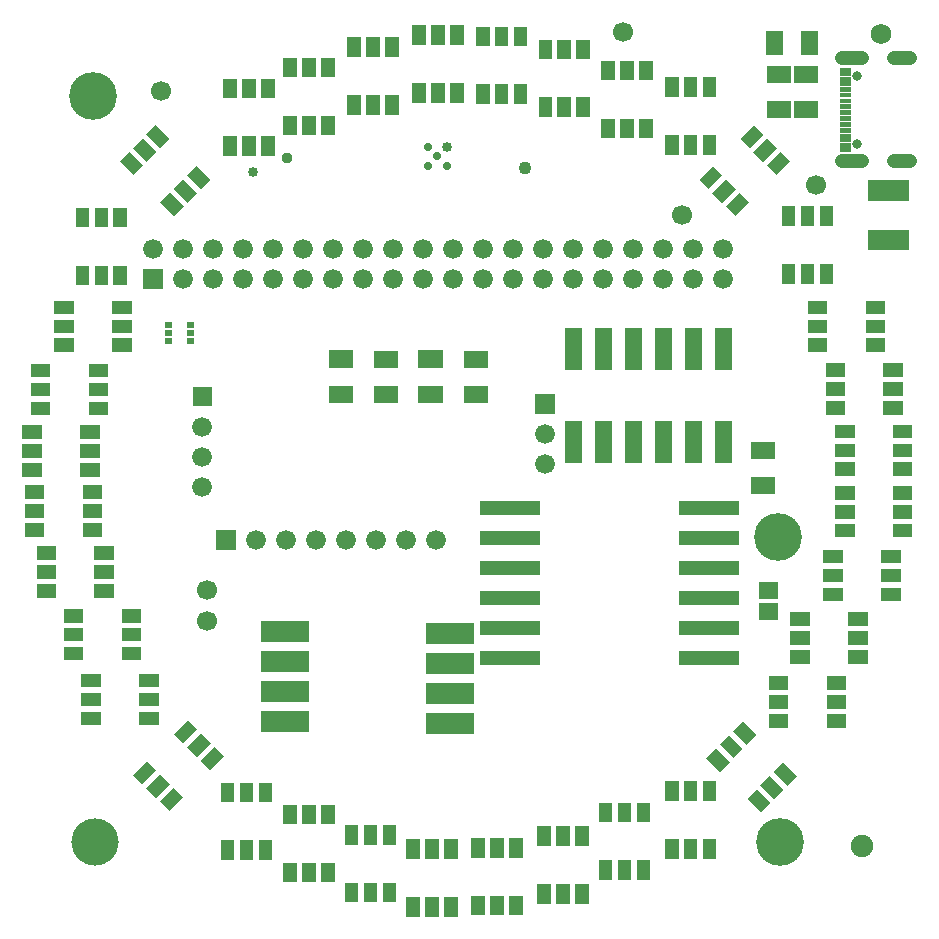
<source format=gbr>
G04 start of page 6 for group -4063 idx -4063 *
G04 Title: (unknown), componentmask *
G04 Creator: pcb 4.2.0 *
G04 CreationDate: Mon Mar  2 00:57:09 2020 UTC *
G04 For: blinken *
G04 Format: Gerber/RS-274X *
G04 PCB-Dimensions (mm): 90.16 90.16 *
G04 PCB-Coordinate-Origin: lower left *
%MOMM*%
%FSLAX43Y43*%
%LNTOPMASK*%
%ADD69C,1.158*%
%ADD68C,0.950*%
%ADD67C,4.000*%
%ADD66C,1.100*%
%ADD65C,1.700*%
%ADD64C,1.750*%
%ADD63C,1.900*%
%ADD62C,4.050*%
%ADD61C,0.002*%
%ADD60C,0.800*%
%ADD59C,0.850*%
%ADD58C,0.702*%
%ADD57C,1.676*%
G54D57*X26110Y66370D03*
X28650D03*
X31190D03*
X26110Y68910D03*
X28650D03*
X31190D03*
X33730D03*
X36270D03*
X38810D03*
X33730Y66370D03*
X36270D03*
X38810D03*
X41350D03*
G54D58*X37460Y76760D03*
G54D59*X38260Y77560D03*
G54D58*X36660D03*
G54D60*X72950Y77790D03*
Y83570D03*
G54D58*X38260Y75960D03*
X36660D03*
G54D57*X18490Y66370D03*
Y68910D03*
X21030Y66370D03*
Y68910D03*
G54D61*G36*
X12572Y67208D02*Y65532D01*
X14248D01*
Y67208D01*
X12572D01*
G37*
G54D57*X13410Y68910D03*
X15950Y66370D03*
Y68910D03*
X23570Y66370D03*
Y68910D03*
G54D61*G36*
X16730Y57253D02*Y55577D01*
X18407D01*
Y57253D01*
X16730D01*
G37*
G54D57*X17568Y53875D03*
Y51335D03*
Y48795D03*
X41350Y68910D03*
X43890Y66370D03*
X46430D03*
X48970D03*
G54D61*G36*
X45700Y56600D02*Y54924D01*
X47376D01*
Y56600D01*
X45700D01*
G37*
G54D57*X46538Y53222D03*
Y50682D03*
X43890Y68910D03*
X46430D03*
X48970D03*
X51510D03*
X54050D03*
X56590D03*
X51510Y66370D03*
X54050D03*
X56590D03*
X59130D03*
Y68910D03*
X61670D03*
Y66370D03*
G54D61*G36*
X18692Y45138D02*Y43462D01*
X20368D01*
Y45138D01*
X18692D01*
G37*
G54D57*X22070Y44300D03*
X24610D03*
X27150D03*
X29690D03*
X32230D03*
X34770D03*
X37310D03*
G54D62*X66500Y18660D03*
G54D63*X73439Y18373D03*
G54D64*X75020Y87110D03*
G54D65*X69540Y74300D03*
X53169Y87281D03*
G54D62*X66340Y44520D03*
G54D65*X58146Y71766D03*
G54D66*X44860Y75783D03*
G54D67*X8500Y18660D03*
G54D65*X17980Y40010D03*
X17940Y37420D03*
G54D62*X8317Y81827D03*
G54D65*X14100Y82260D03*
G54D59*X21853Y75462D03*
G54D68*X24733Y76649D03*
G54D61*G36*
X45077Y82837D02*X43923D01*
Y81183D01*
X45077D01*
Y82837D01*
G37*
G36*
X50377Y81737D02*X49223D01*
Y80083D01*
X50377D01*
Y81737D01*
G37*
G36*
X48777D02*X47623D01*
Y80083D01*
X48777D01*
Y81737D01*
G37*
G36*
X47177D02*X46023D01*
Y80083D01*
X47177D01*
Y81737D01*
G37*
G36*
X50377Y86637D02*X49223D01*
Y84983D01*
X50377D01*
Y86637D01*
G37*
G36*
X57877Y83437D02*X56723D01*
Y81783D01*
X57877D01*
Y83437D01*
G37*
G36*
Y78537D02*X56723D01*
Y76883D01*
X57877D01*
Y78537D01*
G37*
G36*
X55677Y79937D02*X54523D01*
Y78283D01*
X55677D01*
Y79937D01*
G37*
G36*
X54077D02*X52923D01*
Y78283D01*
X54077D01*
Y79937D01*
G37*
G36*
X52477D02*X51323D01*
Y78283D01*
X52477D01*
Y79937D01*
G37*
G36*
X61595Y75132D02*X60779Y75948D01*
X59609Y74778D01*
X60425Y73962D01*
X61595Y75132D01*
G37*
G36*
X54077Y84837D02*X52923D01*
Y83183D01*
X54077D01*
Y84837D01*
G37*
G36*
X52477D02*X51323D01*
Y83183D01*
X52477D01*
Y84837D01*
G37*
G36*
X55677D02*X54523D01*
Y83183D01*
X55677D01*
Y84837D01*
G37*
G36*
X35844Y57320D02*Y55868D01*
X37896D01*
Y57320D01*
X35844D01*
G37*
G36*
X39708Y57311D02*Y55858D01*
X41761D01*
Y57311D01*
X39708D01*
G37*
G36*
X35844Y60320D02*Y58867D01*
X37896D01*
Y60320D01*
X35844D01*
G37*
G36*
X32059Y57313D02*Y55861D01*
X34111D01*
Y57313D01*
X32059D01*
G37*
G36*
X28263Y57317D02*Y55865D01*
X30315D01*
Y57317D01*
X28263D01*
G37*
G36*
X32059Y60313D02*Y58860D01*
X34111D01*
Y60313D01*
X32059D01*
G37*
G36*
X28263Y60317D02*Y58864D01*
X30315D01*
Y60317D01*
X28263D01*
G37*
G36*
X39708Y60310D02*Y58858D01*
X41761D01*
Y60310D01*
X39708D01*
G37*
G36*
X49708Y62244D02*X48304D01*
Y58690D01*
X49708D01*
Y62244D01*
G37*
G36*
X52248D02*X50844D01*
Y58690D01*
X52248D01*
Y62244D01*
G37*
G36*
X54788D02*X53384D01*
Y58690D01*
X54788D01*
Y62244D01*
G37*
G36*
X57328D02*X55924D01*
Y58690D01*
X57328D01*
Y62244D01*
G37*
G36*
X59868D02*X58464D01*
Y58690D01*
X59868D01*
Y62244D01*
G37*
G36*
X62408D02*X61004D01*
Y58690D01*
X62408D01*
Y62244D01*
G37*
G36*
X49708Y54344D02*X48304D01*
Y50790D01*
X49708D01*
Y54344D01*
G37*
G36*
X52248D02*X50844D01*
Y50790D01*
X52248D01*
Y54344D01*
G37*
G36*
X54788D02*X53384D01*
Y50790D01*
X54788D01*
Y54344D01*
G37*
G36*
X57328D02*X55924D01*
Y50790D01*
X57328D01*
Y54344D01*
G37*
G36*
X59868D02*X58464D01*
Y50790D01*
X59868D01*
Y54344D01*
G37*
G36*
X62408D02*X61004D01*
Y50790D01*
X62408D01*
Y54344D01*
G37*
G36*
X39677Y82937D02*X38523D01*
Y81283D01*
X39677D01*
Y82937D01*
G37*
G36*
X43477Y82837D02*X42323D01*
Y81183D01*
X43477D01*
Y82837D01*
G37*
G36*
X41877D02*X40723D01*
Y81183D01*
X41877D01*
Y82837D01*
G37*
G36*
X43477Y87737D02*X42323D01*
Y86083D01*
X43477D01*
Y87737D01*
G37*
G36*
X45077D02*X43923D01*
Y86083D01*
X45077D01*
Y87737D01*
G37*
G36*
X48777Y86637D02*X47623D01*
Y84983D01*
X48777D01*
Y86637D01*
G37*
G36*
X47177D02*X46023D01*
Y84983D01*
X47177D01*
Y86637D01*
G37*
G36*
X21877Y18837D02*X20723D01*
Y17183D01*
X21877D01*
Y18837D01*
G37*
G36*
X20277Y23737D02*X19123D01*
Y22083D01*
X20277D01*
Y23737D01*
G37*
G36*
X21877D02*X20723D01*
Y22083D01*
X21877D01*
Y23737D01*
G37*
G36*
X20277Y18837D02*X19123D01*
Y17183D01*
X20277D01*
Y18837D01*
G37*
G36*
X23477D02*X22323D01*
Y17183D01*
X23477D01*
Y18837D01*
G37*
G36*
Y23737D02*X22323D01*
Y22083D01*
X23477D01*
Y23737D01*
G37*
G36*
X35977Y18937D02*X34823D01*
Y17283D01*
X35977D01*
Y18937D01*
G37*
G36*
X37577D02*X36423D01*
Y17283D01*
X37577D01*
Y18937D01*
G37*
G36*
X39177D02*X38023D01*
Y17283D01*
X39177D01*
Y18937D01*
G37*
G36*
X19385Y25951D02*X18569Y26767D01*
X17399Y25597D01*
X18215Y24781D01*
X19385Y25951D01*
G37*
G36*
X22507Y37383D02*Y35625D01*
X26565D01*
Y37383D01*
X22507D01*
G37*
G36*
Y34843D02*Y33085D01*
X26565D01*
Y34843D01*
X22507D01*
G37*
G36*
Y32303D02*Y30545D01*
X26565D01*
Y32303D01*
X22507D01*
G37*
G36*
Y29763D02*Y28005D01*
X26565D01*
Y29763D01*
X22507D01*
G37*
G36*
X14789Y23618D02*X13973Y24434D01*
X12803Y23264D01*
X13619Y22448D01*
X14789Y23618D01*
G37*
G36*
X15920Y22486D02*X15104Y23302D01*
X13934Y22133D01*
X14751Y21317D01*
X15920Y22486D01*
G37*
G36*
X17122Y28214D02*X16306Y29030D01*
X15136Y27860D01*
X15952Y27044D01*
X17122Y28214D01*
G37*
G36*
X18253Y27082D02*X17437Y27899D01*
X16268Y26729D01*
X17084Y25913D01*
X18253Y27082D01*
G37*
G36*
X13657Y24749D02*X12841Y25565D01*
X11672Y24395D01*
X12488Y23579D01*
X13657Y24749D01*
G37*
G36*
X12223Y31337D02*Y30183D01*
X13877D01*
Y31337D01*
X12223D01*
G37*
G36*
Y29737D02*Y28583D01*
X13877D01*
Y29737D01*
X12223D01*
G37*
G36*
X7323Y31337D02*X7323Y30183D01*
X8977Y30183D01*
X8977Y31337D01*
X7323Y31337D01*
G37*
G36*
X7323Y29737D02*Y28583D01*
X8977D01*
Y29737D01*
X7323D01*
G37*
G36*
X12223Y32937D02*X12223Y31783D01*
X13877Y31783D01*
X13877Y32937D01*
X12223Y32937D01*
G37*
G36*
X7323Y32937D02*Y31783D01*
X8977D01*
Y32937D01*
X7323D01*
G37*
G36*
X59477Y83437D02*X58323D01*
Y81783D01*
X59477D01*
Y83437D01*
G37*
G36*
X61077Y78537D02*X59923D01*
Y76883D01*
X61077D01*
Y78537D01*
G37*
G36*
X59477D02*X58323D01*
Y76883D01*
X59477D01*
Y78537D01*
G37*
G36*
X61077Y83437D02*X59923D01*
Y81783D01*
X61077D01*
Y83437D01*
G37*
G36*
X62726Y74000D02*X61910Y74816D01*
X60741Y73647D01*
X61557Y72831D01*
X62726Y74000D01*
G37*
G36*
X63858Y72869D02*X63042Y73685D01*
X61872Y72515D01*
X62688Y71699D01*
X63858Y72869D01*
G37*
G36*
X66191Y77465D02*X65375Y78281D01*
X64206Y77112D01*
X65021Y76295D01*
X66191Y77465D01*
G37*
G36*
X65060Y78597D02*X64244Y79412D01*
X63074Y78243D01*
X63890Y77427D01*
X65060Y78597D01*
G37*
G36*
X64654Y38916D02*Y37464D01*
X66306D01*
Y38916D01*
X64654D01*
G37*
G36*
Y40716D02*Y39264D01*
X66306D01*
Y40716D01*
X64654D01*
G37*
G36*
X64014Y52606D02*Y51154D01*
X66066D01*
Y52606D01*
X64014D01*
G37*
G36*
Y49606D02*Y48154D01*
X66066D01*
Y49606D01*
X64014D01*
G37*
G36*
X38077Y87837D02*X36923D01*
Y86183D01*
X38077D01*
Y87837D01*
G37*
G36*
X39677D02*X38523D01*
Y86183D01*
X39677D01*
Y87837D01*
G37*
G36*
X41877Y87737D02*X40723D01*
Y86083D01*
X41877D01*
Y87737D01*
G37*
G36*
X36477Y87837D02*X35323D01*
Y86183D01*
X36477D01*
Y87837D01*
G37*
G36*
X32577Y86837D02*X31423D01*
Y85183D01*
X32577D01*
Y86837D01*
G37*
G36*
X30977D02*X29823D01*
Y85183D01*
X30977D01*
Y86837D01*
G37*
G36*
X34177D02*X33023D01*
Y85183D01*
X34177D01*
Y86837D01*
G37*
G36*
X22077Y83337D02*X20923D01*
Y81683D01*
X22077D01*
Y83337D01*
G37*
G36*
X23677Y78437D02*X22523D01*
Y76783D01*
X23677D01*
Y78437D01*
G37*
G36*
Y83337D02*X22523D01*
Y81683D01*
X23677D01*
Y83337D01*
G37*
G36*
X27167Y85097D02*X26013D01*
Y83443D01*
X27167D01*
Y85097D01*
G37*
G36*
X28767D02*X27613D01*
Y83443D01*
X28767D01*
Y85097D01*
G37*
G36*
X25567D02*X24413D01*
Y83443D01*
X25567D01*
Y85097D01*
G37*
G36*
X28767Y80197D02*X27613D01*
Y78543D01*
X28767D01*
Y80197D01*
G37*
G36*
X27167D02*X26013D01*
Y78543D01*
X27167D01*
Y80197D01*
G37*
G36*
X25567D02*X24413D01*
Y78543D01*
X25567D01*
Y80197D01*
G37*
G36*
X38077Y82937D02*X36923D01*
Y81283D01*
X38077D01*
Y82937D01*
G37*
G36*
X36477D02*X35323D01*
Y81283D01*
X36477D01*
Y82937D01*
G37*
G36*
X34177Y81937D02*X33023D01*
Y80283D01*
X34177D01*
Y81937D01*
G37*
G36*
X32577D02*X31423D01*
Y80283D01*
X32577D01*
Y81937D01*
G37*
G36*
X30977D02*X29823D01*
Y80283D01*
X30977D01*
Y81937D01*
G37*
G36*
X9587Y72397D02*X8433Y72397D01*
X8433Y70743D01*
X9587Y70743D01*
X9587Y72397D01*
G37*
G36*
X7987Y72397D02*X6833D01*
Y70743D01*
X7987D01*
Y72397D01*
G37*
G36*
X11187D02*X10033D01*
Y70743D01*
X11187D01*
Y72397D01*
G37*
G36*
X12496Y78293D02*X11679Y77477D01*
X12849Y76308D01*
X13665Y77124D01*
X12496Y78293D01*
G37*
G36*
X13627Y79425D02*X12811Y78608D01*
X13981Y77439D01*
X14796Y78255D01*
X13627Y79425D01*
G37*
G36*
X11364Y77162D02*X10548Y76346D01*
X11718Y75176D01*
X12534Y75992D01*
X11364Y77162D01*
G37*
G36*
X17092Y75960D02*X16276Y75144D01*
X17445Y73974D01*
X18261Y74790D01*
X17092Y75960D01*
G37*
G36*
X15960Y74828D02*X15144Y74012D01*
X16314Y72843D01*
X17130Y73659D01*
X15960Y74828D01*
G37*
G36*
X14829Y73697D02*X14013Y72881D01*
X15183Y71711D01*
X15999Y72527D01*
X14829Y73697D01*
G37*
G36*
X20477Y83337D02*X19323D01*
Y81683D01*
X20477D01*
Y83337D01*
G37*
G36*
X22077Y78437D02*X20923D01*
Y76783D01*
X22077D01*
Y78437D01*
G37*
G36*
X20477D02*X19323D01*
Y76783D01*
X20477D01*
Y78437D01*
G37*
G36*
X5823Y36837D02*X5823Y35683D01*
X7477Y35683D01*
X7477Y36837D01*
X5823Y36837D01*
G37*
G36*
X10723Y38437D02*X10723Y37283D01*
X12377Y37283D01*
X12377Y38437D01*
X10723Y38437D01*
G37*
G36*
X10723Y36837D02*Y35683D01*
X12377D01*
Y36837D01*
X10723D01*
G37*
G36*
X5823Y38437D02*Y37283D01*
X7477D01*
Y38437D01*
X5823D01*
G37*
G36*
Y35237D02*Y34083D01*
X7477D01*
Y35237D01*
X5823D01*
G37*
G36*
X10723D02*Y34083D01*
X12377D01*
Y35237D01*
X10723D01*
G37*
G36*
X3523Y42137D02*X3523Y40983D01*
X5177Y40983D01*
X5177Y42137D01*
X3523Y42137D01*
G37*
G36*
X3523Y40537D02*Y39383D01*
X5177D01*
Y40537D01*
X3523D01*
G37*
G36*
X8423Y43737D02*X8423Y42583D01*
X10077Y42583D01*
X10077Y43737D01*
X8423Y43737D01*
G37*
G36*
X8423Y40537D02*Y39383D01*
X10077D01*
Y40537D01*
X8423D01*
G37*
G36*
Y42137D02*Y40983D01*
X10077D01*
Y42137D01*
X8423D01*
G37*
G36*
X7423Y45687D02*Y44533D01*
X9077D01*
Y45687D01*
X7423D01*
G37*
G36*
X3523Y43737D02*Y42583D01*
X5177D01*
Y43737D01*
X3523D01*
G37*
G36*
X2523Y47287D02*X2523Y46133D01*
X4177Y46133D01*
X4177Y47287D01*
X2523Y47287D01*
G37*
G36*
X2523Y45687D02*Y44533D01*
X4177D01*
Y45687D01*
X2523D01*
G37*
G36*
Y48887D02*Y47733D01*
X4177D01*
Y48887D01*
X2523D01*
G37*
G36*
X2323Y52387D02*X2323Y51233D01*
X3977Y51233D01*
X3977Y52387D01*
X2323Y52387D01*
G37*
G36*
X2323Y50787D02*Y49633D01*
X3977D01*
Y50787D01*
X2323D01*
G37*
G36*
X7423Y48887D02*X7423Y47733D01*
X9077Y47733D01*
X9077Y48887D01*
X7423Y48887D01*
G37*
G36*
X7423Y47287D02*Y46133D01*
X9077D01*
Y47287D01*
X7423D01*
G37*
G36*
X7223Y52387D02*Y51233D01*
X8877D01*
Y52387D01*
X7223D01*
G37*
G36*
Y50787D02*Y49633D01*
X8877D01*
Y50787D01*
X7223D01*
G37*
G36*
X2323Y53987D02*Y52833D01*
X3977D01*
Y53987D01*
X2323D01*
G37*
G36*
X3023Y55987D02*Y54833D01*
X4677D01*
Y55987D01*
X3023D01*
G37*
G36*
X7223Y53987D02*X7223Y52833D01*
X8877Y52833D01*
X8877Y53987D01*
X7223Y53987D01*
G37*
G36*
X7923Y57587D02*Y56433D01*
X9577D01*
Y57587D01*
X7923D01*
G37*
G36*
Y55987D02*Y54833D01*
X9577D01*
Y55987D01*
X7923D01*
G37*
G36*
X3023Y57587D02*X3023Y56433D01*
X4677Y56433D01*
X4677Y57587D01*
X3023Y57587D01*
G37*
G36*
X3023Y59187D02*Y58033D01*
X4677D01*
Y59187D01*
X3023D01*
G37*
G36*
X5023Y62937D02*X5023Y61783D01*
X6677Y61783D01*
X6677Y62937D01*
X5023Y62937D01*
G37*
G36*
X5023Y61337D02*Y60183D01*
X6677D01*
Y61337D01*
X5023D01*
G37*
G36*
Y64537D02*Y63383D01*
X6677D01*
Y64537D01*
X5023D01*
G37*
G36*
X7923Y59187D02*X7923Y58033D01*
X9577Y58033D01*
X9577Y59187D01*
X7923Y59187D01*
G37*
G36*
X9923Y62937D02*Y61783D01*
X11577D01*
Y62937D01*
X9923D01*
G37*
G36*
Y61337D02*Y60183D01*
X11577D01*
Y61337D01*
X9923D01*
G37*
G36*
X16250Y61396D02*Y60893D01*
X16853D01*
Y61396D01*
X16250D01*
G37*
G36*
Y62046D02*Y61543D01*
X16853D01*
Y62046D01*
X16250D01*
G37*
G36*
Y62696D02*Y62193D01*
X16853D01*
Y62696D01*
X16250D01*
G37*
G36*
X14400D02*Y62193D01*
X15003D01*
Y62696D01*
X14400D01*
G37*
G36*
Y62046D02*Y61543D01*
X15003D01*
Y62046D01*
X14400D01*
G37*
G36*
Y61396D02*Y60893D01*
X15003D01*
Y61396D01*
X14400D01*
G37*
G36*
X9923Y64537D02*X9923Y63383D01*
X11577Y63383D01*
X11577Y64537D01*
X9923Y64537D01*
G37*
G36*
X11187Y67497D02*X10033Y67497D01*
X10033Y65843D01*
X11187Y65843D01*
X11187Y67497D01*
G37*
G36*
X9587Y67497D02*X8433D01*
Y65843D01*
X9587D01*
Y67497D01*
G37*
G36*
X7987D02*X6833D01*
Y65843D01*
X7987D01*
Y67497D01*
G37*
G36*
X65371Y81422D02*Y79969D01*
X67423D01*
Y81422D01*
X65371D01*
G37*
G36*
Y84422D02*Y82969D01*
X67423D01*
Y84422D01*
X65371D01*
G37*
G36*
X67644Y84416D02*Y82964D01*
X69696D01*
Y84416D01*
X67644D01*
G37*
G36*
Y81416D02*Y79964D01*
X69696D01*
Y81416D01*
X67644D01*
G37*
G36*
X66696Y87376D02*X65244D01*
Y85324D01*
X66696D01*
Y87376D01*
G37*
G36*
X69696D02*X68244D01*
Y85324D01*
X69696D01*
Y87376D01*
G37*
G36*
X69377Y72507D02*X68223D01*
Y70853D01*
X69377D01*
Y72507D01*
G37*
G36*
X70977Y67607D02*X69823D01*
Y65953D01*
X70977D01*
Y67607D01*
G37*
G36*
X69377D02*X68223D01*
Y65953D01*
X69377D01*
Y67607D01*
G37*
G36*
X70977Y72507D02*X69823D01*
Y70853D01*
X70977D01*
Y72507D01*
G37*
G36*
X67777D02*X66623D01*
Y70853D01*
X67777D01*
Y72507D01*
G37*
G36*
Y67607D02*X66623D01*
Y65953D01*
X67777D01*
Y67607D01*
G37*
G36*
X67322Y76334D02*X66506Y77150D01*
X65337Y75980D01*
X66153Y75164D01*
X67322Y76334D01*
G37*
G54D69*X76100Y85040D02*X77500D01*
X71750D02*X73440D01*
G54D61*G36*
X71548Y82142D02*Y81738D01*
X72502D01*
Y82142D01*
X71548D01*
G37*
G36*
Y81642D02*Y81238D01*
X72502D01*
Y81642D01*
X71548D01*
G37*
G36*
Y81142D02*Y80738D01*
X72502D01*
Y81142D01*
X71548D01*
G37*
G36*
Y84242D02*Y83538D01*
X72502D01*
Y84242D01*
X71548D01*
G37*
G36*
Y83442D02*Y82738D01*
X72502D01*
Y83442D01*
X71548D01*
G37*
G36*
Y82642D02*Y82238D01*
X72502D01*
Y82642D01*
X71548D01*
G37*
G54D69*X71750Y76390D02*X73440D01*
X76100D02*X77500D01*
G54D61*G36*
X71548Y80642D02*Y80238D01*
X72502D01*
Y80642D01*
X71548D01*
G37*
G36*
Y80142D02*Y79738D01*
X72502D01*
Y80142D01*
X71548D01*
G37*
G36*
Y79642D02*Y79238D01*
X72502D01*
Y79642D01*
X71548D01*
G37*
G36*
Y79142D02*Y78738D01*
X72502D01*
Y79142D01*
X71548D01*
G37*
G36*
Y78642D02*Y77938D01*
X72502D01*
Y78642D01*
X71548D01*
G37*
G36*
X73923Y74737D02*Y72983D01*
X77377D01*
Y74737D01*
X73923D01*
G37*
G36*
Y70537D02*Y68783D01*
X77377D01*
Y70537D01*
X73923D01*
G37*
G36*
X71548Y77842D02*Y77138D01*
X72502D01*
Y77842D01*
X71548D01*
G37*
G36*
X73723Y62937D02*Y61783D01*
X75377D01*
Y62937D01*
X73723D01*
G37*
G36*
Y64537D02*Y63383D01*
X75377D01*
Y64537D01*
X73723D01*
G37*
G36*
X68823Y61337D02*Y60183D01*
X70477D01*
Y61337D01*
X68823D01*
G37*
G36*
Y62937D02*Y61783D01*
X70477D01*
Y62937D01*
X68823D01*
G37*
G36*
Y64537D02*Y63383D01*
X70477D01*
Y64537D01*
X68823D01*
G37*
G36*
X73723Y61337D02*Y60183D01*
X75377D01*
Y61337D01*
X73723D01*
G37*
G36*
X75223Y59237D02*Y58083D01*
X76877D01*
Y59237D01*
X75223D01*
G37*
G36*
X70323Y57637D02*Y56483D01*
X71977D01*
Y57637D01*
X70323D01*
G37*
G36*
Y59237D02*Y58083D01*
X71977D01*
Y59237D01*
X70323D01*
G37*
G36*
X75223Y57637D02*Y56483D01*
X76877D01*
Y57637D01*
X75223D01*
G37*
G36*
Y56037D02*Y54883D01*
X76877D01*
Y56037D01*
X75223D01*
G37*
G36*
X76023Y54037D02*Y52883D01*
X77677D01*
Y54037D01*
X76023D01*
G37*
G36*
X70323Y56037D02*Y54883D01*
X71977D01*
Y56037D01*
X70323D01*
G37*
G36*
X71123Y52437D02*Y51283D01*
X72777D01*
Y52437D01*
X71123D01*
G37*
G36*
Y54037D02*Y52883D01*
X72777D01*
Y54037D01*
X71123D01*
G37*
G36*
X76023Y52437D02*Y51283D01*
X77677D01*
Y52437D01*
X76023D01*
G37*
G36*
Y50837D02*Y49683D01*
X77677D01*
Y50837D01*
X76023D01*
G37*
G36*
Y47237D02*Y46083D01*
X77677D01*
Y47237D01*
X76023D01*
G37*
G36*
Y48837D02*Y47683D01*
X77677D01*
Y48837D01*
X76023D01*
G37*
G36*
X71123Y50837D02*Y49683D01*
X72777D01*
Y50837D01*
X71123D01*
G37*
G36*
Y47237D02*Y46083D01*
X72777D01*
Y47237D01*
X71123D01*
G37*
G36*
Y48837D02*Y47683D01*
X72777D01*
Y48837D01*
X71123D01*
G37*
G36*
X76023Y45637D02*Y44483D01*
X77677D01*
Y45637D01*
X76023D01*
G37*
G36*
X75023Y41837D02*Y40683D01*
X76677D01*
Y41837D01*
X75023D01*
G37*
G36*
Y43437D02*Y42283D01*
X76677D01*
Y43437D01*
X75023D01*
G37*
G36*
X71123Y45637D02*Y44483D01*
X72777D01*
Y45637D01*
X71123D01*
G37*
G36*
X70123Y40237D02*Y39083D01*
X71777D01*
Y40237D01*
X70123D01*
G37*
G36*
Y41837D02*Y40683D01*
X71777D01*
Y41837D01*
X70123D01*
G37*
G36*
Y43437D02*Y42283D01*
X71777D01*
Y43437D01*
X70123D01*
G37*
G36*
X75023Y40237D02*Y39083D01*
X76677D01*
Y40237D01*
X75023D01*
G37*
G36*
X72223Y36537D02*Y35383D01*
X73877D01*
Y36537D01*
X72223D01*
G37*
G36*
Y38137D02*Y36983D01*
X73877D01*
Y38137D01*
X72223D01*
G37*
G36*
X67323Y36537D02*Y35383D01*
X68977D01*
Y36537D01*
X67323D01*
G37*
G36*
Y38137D02*Y36983D01*
X68977D01*
Y38137D01*
X67323D01*
G37*
G36*
X72223Y34937D02*Y33783D01*
X73877D01*
Y34937D01*
X72223D01*
G37*
G36*
X67323D02*Y33783D01*
X68977D01*
Y34937D01*
X67323D01*
G37*
G36*
X70423Y31137D02*Y29983D01*
X72077D01*
Y31137D01*
X70423D01*
G37*
G36*
Y32737D02*Y31583D01*
X72077D01*
Y32737D01*
X70423D01*
G37*
G36*
X65523D02*Y31583D01*
X67177D01*
Y32737D01*
X65523D01*
G37*
G36*
Y29537D02*Y28383D01*
X67177D01*
Y29537D01*
X65523D01*
G37*
G36*
X70423D02*Y28383D01*
X72077D01*
Y29537D01*
X70423D01*
G37*
G36*
X65523Y31137D02*Y29983D01*
X67177D01*
Y31137D01*
X65523D01*
G37*
G36*
X61035Y26648D02*X60219Y25832D01*
X61389Y24662D01*
X62205Y25478D01*
X61035Y26648D01*
G37*
G36*
X62166Y27779D02*X61350Y26963D01*
X62520Y25794D01*
X63336Y26610D01*
X62166Y27779D01*
G37*
G36*
X63298Y28911D02*X62482Y28095D01*
X63652Y26925D01*
X64468Y27741D01*
X63298Y28911D01*
G37*
G36*
X65631Y24315D02*X64815Y23499D01*
X65985Y22329D01*
X66801Y23145D01*
X65631Y24315D01*
G37*
G36*
X66763Y25446D02*X65947Y24630D01*
X67116Y23460D01*
X67932Y24277D01*
X66763Y25446D01*
G37*
G36*
X64500Y23183D02*X63684Y22367D01*
X64854Y21198D01*
X65670Y22014D01*
X64500Y23183D01*
G37*
G36*
X57908Y34908D02*Y33650D01*
X62976D01*
Y34908D01*
X57908D01*
G37*
G36*
Y37448D02*Y36190D01*
X62976D01*
Y37448D01*
X57908D01*
G37*
G36*
Y39988D02*Y38730D01*
X62976D01*
Y39988D01*
X57908D01*
G37*
G36*
Y42528D02*Y41270D01*
X62976D01*
Y42528D01*
X57908D01*
G37*
G36*
Y45068D02*Y43810D01*
X62976D01*
Y45068D01*
X57908D01*
G37*
G36*
Y47608D02*Y46350D01*
X62976D01*
Y47608D01*
X57908D01*
G37*
G36*
X59477Y18937D02*X58323D01*
Y17283D01*
X59477D01*
Y18937D01*
G37*
G36*
X57877D02*X56723D01*
Y17283D01*
X57877D01*
Y18937D01*
G37*
G36*
X55477Y17137D02*X54323D01*
Y15483D01*
X55477D01*
Y17137D01*
G37*
G36*
X61077Y18937D02*X59923D01*
Y17283D01*
X61077D01*
Y18937D01*
G37*
G36*
X57877Y23837D02*X56723D01*
Y22183D01*
X57877D01*
Y23837D01*
G37*
G36*
X59477D02*X58323D01*
Y22183D01*
X59477D01*
Y23837D01*
G37*
G36*
X61077D02*X59923D01*
Y22183D01*
X61077D01*
Y23837D01*
G37*
G36*
X52277Y22037D02*X51123D01*
Y20383D01*
X52277D01*
Y22037D01*
G37*
G36*
X53877D02*X52723D01*
Y20383D01*
X53877D01*
Y22037D01*
G37*
G36*
X55477D02*X54323D01*
Y20383D01*
X55477D01*
Y22037D01*
G37*
G36*
X36463Y37256D02*Y35498D01*
X40521D01*
Y37256D01*
X36463D01*
G37*
G36*
X41098Y34908D02*Y33650D01*
X46166D01*
Y34908D01*
X41098D01*
G37*
G36*
Y37448D02*Y36190D01*
X46166D01*
Y37448D01*
X41098D01*
G37*
G36*
X36463Y34716D02*Y32958D01*
X40521D01*
Y34716D01*
X36463D01*
G37*
G36*
Y32176D02*Y30418D01*
X40521D01*
Y32176D01*
X36463D01*
G37*
G36*
Y29636D02*Y27878D01*
X40521D01*
Y29636D01*
X36463D01*
G37*
G36*
X41098Y39988D02*Y38730D01*
X46166D01*
Y39988D01*
X41098D01*
G37*
G36*
Y42528D02*Y41270D01*
X46166D01*
Y42528D01*
X41098D01*
G37*
G36*
Y45068D02*Y43810D01*
X46166D01*
Y45068D01*
X41098D01*
G37*
G36*
Y47608D02*Y46350D01*
X46166D01*
Y47608D01*
X41098D01*
G37*
G36*
X53877Y17137D02*X52723D01*
Y15483D01*
X53877D01*
Y17137D01*
G37*
G36*
X52277D02*X51123D01*
Y15483D01*
X52277D01*
Y17137D01*
G37*
G36*
X50277Y15137D02*X49123D01*
Y13483D01*
X50277D01*
Y15137D01*
G37*
G36*
X47077Y20037D02*X45923D01*
Y18383D01*
X47077D01*
Y20037D01*
G37*
G36*
X48677D02*X47523D01*
Y18383D01*
X48677D01*
Y20037D01*
G37*
G36*
X50277D02*X49123D01*
Y18383D01*
X50277D01*
Y20037D01*
G37*
G36*
X48677Y15137D02*X47523D01*
Y13483D01*
X48677D01*
Y15137D01*
G37*
G36*
X47077D02*X45923D01*
Y13483D01*
X47077D01*
Y15137D01*
G37*
G36*
X43077Y14137D02*X41923D01*
Y12483D01*
X43077D01*
Y14137D01*
G37*
G36*
X44677D02*X43523D01*
Y12483D01*
X44677D01*
Y14137D01*
G37*
G36*
X41477Y19037D02*X40323D01*
Y17383D01*
X41477D01*
Y19037D01*
G37*
G36*
X43077D02*X41923D01*
Y17383D01*
X43077D01*
Y19037D01*
G37*
G36*
X44677D02*X43523D01*
Y17383D01*
X44677D01*
Y19037D01*
G37*
G36*
X41477Y14137D02*X40323D01*
Y12483D01*
X41477D01*
Y14137D01*
G37*
G36*
X32377Y15237D02*X31223D01*
Y13583D01*
X32377D01*
Y15237D01*
G37*
G36*
X33977D02*X32823D01*
Y13583D01*
X33977D01*
Y15237D01*
G37*
G36*
X30777D02*X29623D01*
Y13583D01*
X30777D01*
Y15237D01*
G37*
G36*
X35977Y14037D02*X34823D01*
Y12383D01*
X35977D01*
Y14037D01*
G37*
G36*
X30777Y20137D02*X29623D01*
Y18483D01*
X30777D01*
Y20137D01*
G37*
G36*
X25577Y21837D02*X24423D01*
Y20183D01*
X25577D01*
Y21837D01*
G37*
G36*
X27177D02*X26023D01*
Y20183D01*
X27177D01*
Y21837D01*
G37*
G36*
X28777D02*X27623D01*
Y20183D01*
X28777D01*
Y21837D01*
G37*
G36*
X32377Y20137D02*X31223D01*
Y18483D01*
X32377D01*
Y20137D01*
G37*
G36*
X33977D02*X32823D01*
Y18483D01*
X33977D01*
Y20137D01*
G37*
G36*
X27177Y16937D02*X26023D01*
Y15283D01*
X27177D01*
Y16937D01*
G37*
G36*
X28777D02*X27623D01*
Y15283D01*
X28777D01*
Y16937D01*
G37*
G36*
X25577D02*X24423D01*
Y15283D01*
X25577D01*
Y16937D01*
G37*
G36*
X37577Y14037D02*X36423D01*
Y12383D01*
X37577D01*
Y14037D01*
G37*
G36*
X39177D02*X38023D01*
Y12383D01*
X39177D01*
Y14037D01*
G37*
M02*

</source>
